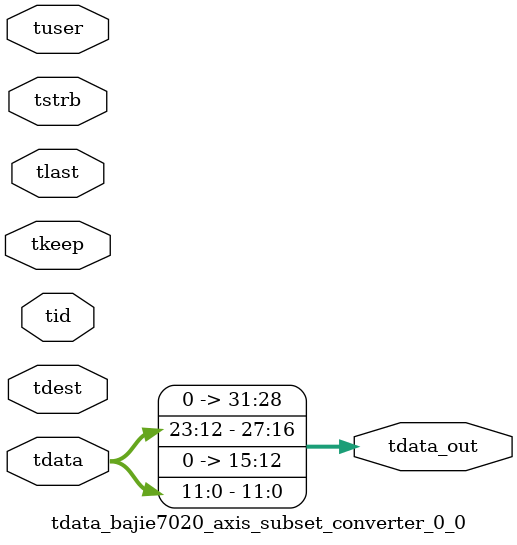
<source format=v>


`timescale 1ps/1ps

module tdata_bajie7020_axis_subset_converter_0_0 #
(
parameter C_S_AXIS_TDATA_WIDTH = 32,
parameter C_S_AXIS_TUSER_WIDTH = 0,
parameter C_S_AXIS_TID_WIDTH   = 0,
parameter C_S_AXIS_TDEST_WIDTH = 0,
parameter C_M_AXIS_TDATA_WIDTH = 32
)
(
input  [(C_S_AXIS_TDATA_WIDTH == 0 ? 1 : C_S_AXIS_TDATA_WIDTH)-1:0     ] tdata,
input  [(C_S_AXIS_TUSER_WIDTH == 0 ? 1 : C_S_AXIS_TUSER_WIDTH)-1:0     ] tuser,
input  [(C_S_AXIS_TID_WIDTH   == 0 ? 1 : C_S_AXIS_TID_WIDTH)-1:0       ] tid,
input  [(C_S_AXIS_TDEST_WIDTH == 0 ? 1 : C_S_AXIS_TDEST_WIDTH)-1:0     ] tdest,
input  [(C_S_AXIS_TDATA_WIDTH/8)-1:0 ] tkeep,
input  [(C_S_AXIS_TDATA_WIDTH/8)-1:0 ] tstrb,
input                                                                    tlast,
output [C_M_AXIS_TDATA_WIDTH-1:0] tdata_out
);

assign tdata_out = {4'b0000,tdata[23:12],4'b0000,tdata[11:0]};

endmodule


</source>
